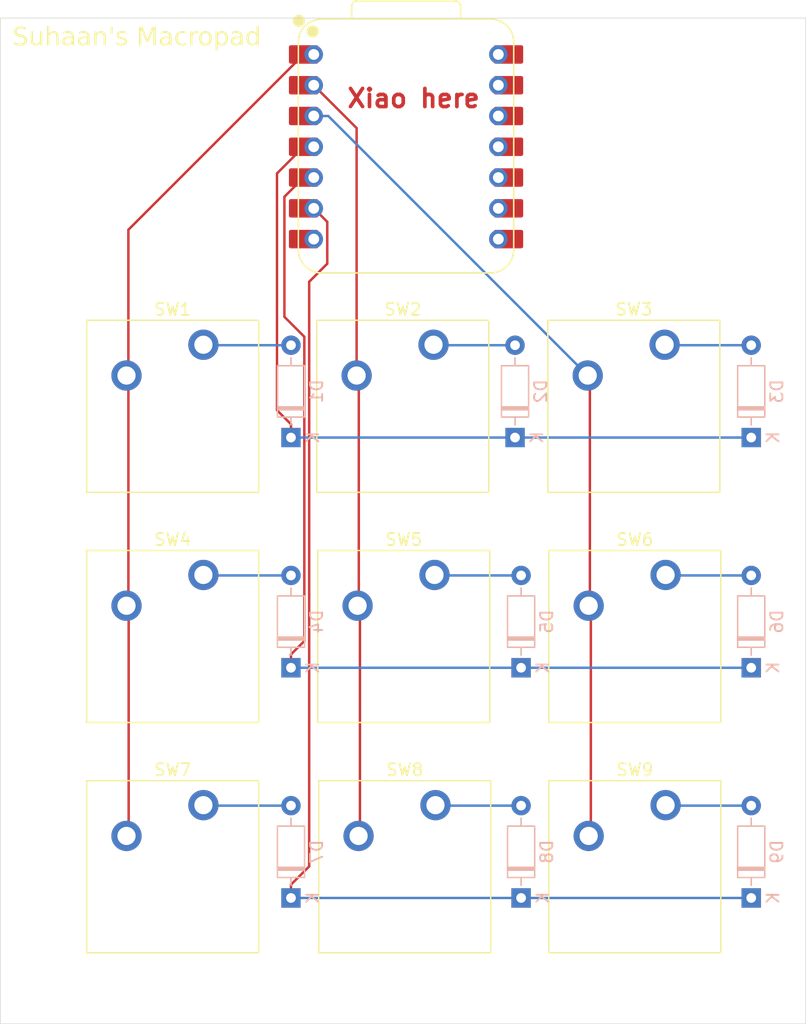
<source format=kicad_pcb>
(kicad_pcb (version 20240108) (generator "pcbnew") (generator_version "8.0")
  (layers (0 "F.Cu" signal) (31 "B.Cu" signal) (34 "B.Paste" user) (35 "F.Paste" user) (36 "B.SilkS" user "B.Silkscreen") (37 "F.SilkS" user "F.Silkscreen") (38 "B.Mask" user) (39 "F.Mask" user) (44 "Edge.Cuts" user))
  (net 0 "")
  (net 1 "Row 1")
  (net 2 "Net-(D1-A)")
  (net 3 "Net-(D2-A)")
  (net 4 "Net-(D3-A)")
  (net 5 "Row 2")
  (net 6 "Net-(D4-A)")
  (net 7 "Net-(D5-A)")
  (net 8 "Net-(D6-A)")
  (net 9 "Column 1")
  (net 10 "Column 2")
  (net 11 "Column 3")
  (net 12 "unconnected-(U1-3V3-Pad12)")
  (net 13 "unconnected-(U1-GPIO3{slash}MOSI-Pad11)")
  (net 14 "unconnected-(U1-GPIO1{slash}RX-Pad8)")
  (net 15 "unconnected-(U1-VBUS-Pad14)")
  (net 16 "unconnected-(U1-GPIO0{slash}TX-Pad7)")
  (net 17 "unconnected-(U1-GPIO4{slash}MISO-Pad10)")
  (net 18 "unconnected-(U1-GND-Pad13)")
  (net 19 "unconnected-(U1-GPIO2{slash}SCK-Pad9)")
  (net 20 "Net-(D7-A)")
  (net 21 "Row 3")
  (net 22 "Net-(D8-A)")
  (net 23 "Net-(D9-A)")
  (footprint "PCM_Switch_Keyboard_Cherry_MX:SW_Cherry_MX_PCB_1.00u" (layer "F.Cu") (at 132.73 114.54)
    (property "Reference" "SW4" (at 0 -8 0) (layer "F.SilkS"))
    (property "Value" "SW_Push")
    (fp_line (start -7.1 -7.1) (end -7.1 7.1) (stroke (width 0.12)) (layer "F.SilkS"))
    (fp_line (start -7.1 7.1) (end 7.1 7.1) (stroke (width 0.12)) (layer "F.SilkS"))
    (fp_line (start 7.1 -7.1) (end -7.1 -7.1) (stroke (width 0.12)) (layer "F.SilkS"))
    (fp_line (start 7.1 7.1) (end 7.1 -7.1) (stroke (width 0.12)) (layer "F.SilkS"))
    (pad "" np_thru_hole circle (at -5.08 0) (size 1.75 1.75) (drill 1.75) (layers "*.Cu" "*.Mask"))
    (pad "" np_thru_hole circle (at 0 0) (size 4 4) (drill 4) (layers "*.Cu" "*.Mask"))
    (pad "" np_thru_hole circle (at 5.08 0) (size 1.75 1.75) (drill 1.75) (layers "*.Cu" "*.Mask"))
    (pad "1" thru_hole circle (at -3.81 -2.54) (size 2.5 2.5) (drill 1.5) (layers "*.Cu" "*.Mask") (net 9 "Column 1"))
    (pad "2" thru_hole circle (at 2.54 -5.08) (size 2.5 2.5) (drill 1.5) (layers "*.Cu" "*.Mask") (net 6 "Net-(D4-A)"))
  )
  (footprint "PCM_Switch_Keyboard_Cherry_MX:SW_Cherry_MX_PCB_1.00u" (layer "F.Cu") (at 170.89 133.54)
    (property "Reference" "SW9" (at 0 -8 0) (layer "F.SilkS"))
    (property "Value" "SW_Push")
    (fp_line (start -7.1 -7.1) (end -7.1 7.1) (stroke (width 0.12)) (layer "F.SilkS"))
    (fp_line (start -7.1 7.1) (end 7.1 7.1) (stroke (width 0.12)) (layer "F.SilkS"))
    (fp_line (start 7.1 -7.1) (end -7.1 -7.1) (stroke (width 0.12)) (layer "F.SilkS"))
    (fp_line (start 7.1 7.1) (end 7.1 -7.1) (stroke (width 0.12)) (layer "F.SilkS"))
    (pad "" np_thru_hole circle (at -5.08 0) (size 1.75 1.75) (drill 1.75) (layers "*.Cu" "*.Mask"))
    (pad "" np_thru_hole circle (at 0 0) (size 4 4) (drill 4) (layers "*.Cu" "*.Mask"))
    (pad "" np_thru_hole circle (at 5.08 0) (size 1.75 1.75) (drill 1.75) (layers "*.Cu" "*.Mask"))
    (pad "1" thru_hole circle (at -3.81 -2.54) (size 2.5 2.5) (drill 1.5) (layers "*.Cu" "*.Mask") (net 11 "Column 3"))
    (pad "2" thru_hole circle (at 2.54 -5.08) (size 2.5 2.5) (drill 1.5) (layers "*.Cu" "*.Mask") (net 23 "Net-(D9-A)"))
  )
  (footprint "PCM_Switch_Keyboard_Cherry_MX:SW_Cherry_MX_PCB_1.00u" (layer "F.Cu") (at 170.81 95.54)
    (property "Reference" "SW3" (at 0 -8 0) (layer "F.SilkS"))
    (property "Value" "SW_Push")
    (fp_line (start -7.1 -7.1) (end -7.1 7.1) (stroke (width 0.12)) (layer "F.SilkS"))
    (fp_line (start -7.1 7.1) (end 7.1 7.1) (stroke (width 0.12)) (layer "F.SilkS"))
    (fp_line (start 7.1 -7.1) (end -7.1 -7.1) (stroke (width 0.12)) (layer "F.SilkS"))
    (fp_line (start 7.1 7.1) (end 7.1 -7.1) (stroke (width 0.12)) (layer "F.SilkS"))
    (pad "" np_thru_hole circle (at -5.08 0) (size 1.75 1.75) (drill 1.75) (layers "*.Cu" "*.Mask"))
    (pad "" np_thru_hole circle (at 0 0) (size 4 4) (drill 4) (layers "*.Cu" "*.Mask"))
    (pad "" np_thru_hole circle (at 5.08 0) (size 1.75 1.75) (drill 1.75) (layers "*.Cu" "*.Mask"))
    (pad "1" thru_hole circle (at -3.81 -2.54) (size 2.5 2.5) (drill 1.5) (layers "*.Cu" "*.Mask") (net 11 "Column 3"))
    (pad "2" thru_hole circle (at 2.54 -5.08) (size 2.5 2.5) (drill 1.5) (layers "*.Cu" "*.Mask") (net 4 "Net-(D3-A)"))
  )
  (footprint "PCM_Switch_Keyboard_Cherry_MX:SW_Cherry_MX_PCB_1.00u" (layer "F.Cu") (at 132.73 95.54)
    (property "Reference" "SW1" (at 0 -8 0) (layer "F.SilkS"))
    (property "Value" "SW_Push")
    (fp_line (start -7.1 -7.1) (end -7.1 7.1) (stroke (width 0.12)) (layer "F.SilkS"))
    (fp_line (start -7.1 7.1) (end 7.1 7.1) (stroke (width 0.12)) (layer "F.SilkS"))
    (fp_line (start 7.1 -7.1) (end -7.1 -7.1) (stroke (width 0.12)) (layer "F.SilkS"))
    (fp_line (start 7.1 7.1) (end 7.1 -7.1) (stroke (width 0.12)) (layer "F.SilkS"))
    (pad "" np_thru_hole circle (at -5.08 0) (size 1.75 1.75) (drill 1.75) (layers "*.Cu" "*.Mask"))
    (pad "" np_thru_hole circle (at 0 0) (size 4 4) (drill 4) (layers "*.Cu" "*.Mask"))
    (pad "" np_thru_hole circle (at 5.08 0) (size 1.75 1.75) (drill 1.75) (layers "*.Cu" "*.Mask"))
    (pad "1" thru_hole circle (at -3.81 -2.54) (size 2.5 2.5) (drill 1.5) (layers "*.Cu" "*.Mask") (net 9 "Column 1"))
    (pad "2" thru_hole circle (at 2.54 -5.08) (size 2.5 2.5) (drill 1.5) (layers "*.Cu" "*.Mask") (net 2 "Net-(D1-A)"))
  )
  (footprint "PCM_Switch_Keyboard_Cherry_MX:SW_Cherry_MX_PCB_1.00u" (layer "F.Cu") (at 151.89 133.54)
    (property "Reference" "SW8" (at 0 -8 0) (layer "F.SilkS"))
    (property "Value" "SW_Push")
    (fp_line (start -7.1 -7.1) (end -7.1 7.1) (stroke (width 0.12)) (layer "F.SilkS"))
    (fp_line (start -7.1 7.1) (end 7.1 7.1) (stroke (width 0.12)) (layer "F.SilkS"))
    (fp_line (start 7.1 -7.1) (end -7.1 -7.1) (stroke (width 0.12)) (layer "F.SilkS"))
    (fp_line (start 7.1 7.1) (end 7.1 -7.1) (stroke (width 0.12)) (layer "F.SilkS"))
    (pad "" np_thru_hole circle (at -5.08 0) (size 1.75 1.75) (drill 1.75) (layers "*.Cu" "*.Mask"))
    (pad "" np_thru_hole circle (at 0 0) (size 4 4) (drill 4) (layers "*.Cu" "*.Mask"))
    (pad "" np_thru_hole circle (at 5.08 0) (size 1.75 1.75) (drill 1.75) (layers "*.Cu" "*.Mask"))
    (pad "1" thru_hole circle (at -3.81 -2.54) (size 2.5 2.5) (drill 1.5) (layers "*.Cu" "*.Mask") (net 10 "Column 2"))
    (pad "2" thru_hole circle (at 2.54 -5.08) (size 2.5 2.5) (drill 1.5) (layers "*.Cu" "*.Mask") (net 22 "Net-(D8-A)"))
  )
  (footprint "PCM_Switch_Keyboard_Cherry_MX:SW_Cherry_MX_PCB_1.00u" (layer "F.Cu") (at 132.73 133.54)
    (property "Reference" "SW7" (at 0 -8 0) (layer "F.SilkS"))
    (property "Value" "SW_Push")
    (fp_line (start -7.1 -7.1) (end -7.1 7.1) (stroke (width 0.12)) (layer "F.SilkS"))
    (fp_line (start -7.1 7.1) (end 7.1 7.1) (stroke (width 0.12)) (layer "F.SilkS"))
    (fp_line (start 7.1 -7.1) (end -7.1 -7.1) (stroke (width 0.12)) (layer "F.SilkS"))
    (fp_line (start 7.1 7.1) (end 7.1 -7.1) (stroke (width 0.12)) (layer "F.SilkS"))
    (pad "" np_thru_hole circle (at -5.08 0) (size 1.75 1.75) (drill 1.75) (layers "*.Cu" "*.Mask"))
    (pad "" np_thru_hole circle (at 0 0) (size 4 4) (drill 4) (layers "*.Cu" "*.Mask"))
    (pad "" np_thru_hole circle (at 5.08 0) (size 1.75 1.75) (drill 1.75) (layers "*.Cu" "*.Mask"))
    (pad "1" thru_hole circle (at -3.81 -2.54) (size 2.5 2.5) (drill 1.5) (layers "*.Cu" "*.Mask") (net 9 "Column 1"))
    (pad "2" thru_hole circle (at 2.54 -5.08) (size 2.5 2.5) (drill 1.5) (layers "*.Cu" "*.Mask") (net 20 "Net-(D7-A)"))
  )
  (footprint "PCM_Switch_Keyboard_Cherry_MX:SW_Cherry_MX_PCB_1.00u" (layer "F.Cu") (at 170.89 114.54)
    (property "Reference" "SW6" (at 0 -8 0) (layer "F.SilkS"))
    (property "Value" "SW_Push")
    (fp_line (start -7.1 -7.1) (end -7.1 7.1) (stroke (width 0.12)) (layer "F.SilkS"))
    (fp_line (start -7.1 7.1) (end 7.1 7.1) (stroke (width 0.12)) (layer "F.SilkS"))
    (fp_line (start 7.1 -7.1) (end -7.1 -7.1) (stroke (width 0.12)) (layer "F.SilkS"))
    (fp_line (start 7.1 7.1) (end 7.1 -7.1) (stroke (width 0.12)) (layer "F.SilkS"))
    (pad "" np_thru_hole circle (at -5.08 0) (size 1.75 1.75) (drill 1.75) (layers "*.Cu" "*.Mask"))
    (pad "" np_thru_hole circle (at 0 0) (size 4 4) (drill 4) (layers "*.Cu" "*.Mask"))
    (pad "" np_thru_hole circle (at 5.08 0) (size 1.75 1.75) (drill 1.75) (layers "*.Cu" "*.Mask"))
    (pad "1" thru_hole circle (at -3.81 -2.54) (size 2.5 2.5) (drill 1.5) (layers "*.Cu" "*.Mask") (net 11 "Column 3"))
    (pad "2" thru_hole circle (at 2.54 -5.08) (size 2.5 2.5) (drill 1.5) (layers "*.Cu" "*.Mask") (net 8 "Net-(D6-A)"))
  )
  (footprint "PCM_Switch_Keyboard_Cherry_MX:SW_Cherry_MX_PCB_1.00u" (layer "F.Cu") (at 151.81 114.54)
    (property "Reference" "SW5" (at 0 -8 0) (layer "F.SilkS"))
    (property "Value" "SW_Push")
    (fp_line (start -7.1 -7.1) (end -7.1 7.1) (stroke (width 0.12)) (layer "F.SilkS"))
    (fp_line (start -7.1 7.1) (end 7.1 7.1) (stroke (width 0.12)) (layer "F.SilkS"))
    (fp_line (start 7.1 -7.1) (end -7.1 -7.1) (stroke (width 0.12)) (layer "F.SilkS"))
    (fp_line (start 7.1 7.1) (end 7.1 -7.1) (stroke (width 0.12)) (layer "F.SilkS"))
    (pad "" np_thru_hole circle (at -5.08 0) (size 1.75 1.75) (drill 1.75) (layers "*.Cu" "*.Mask"))
    (pad "" np_thru_hole circle (at 0 0) (size 4 4) (drill 4) (layers "*.Cu" "*.Mask"))
    (pad "" np_thru_hole circle (at 5.08 0) (size 1.75 1.75) (drill 1.75) (layers "*.Cu" "*.Mask"))
    (pad "1" thru_hole circle (at -3.81 -2.54) (size 2.5 2.5) (drill 1.5) (layers "*.Cu" "*.Mask") (net 10 "Column 2"))
    (pad "2" thru_hole circle (at 2.54 -5.08) (size 2.5 2.5) (drill 1.5) (layers "*.Cu" "*.Mask") (net 7 "Net-(D5-A)"))
  )
  (footprint "PCM_Switch_Keyboard_Cherry_MX:SW_Cherry_MX_PCB_1.00u" (layer "F.Cu") (at 151.73 95.54)
    (property "Reference" "SW2" (at 0 -8 0) (layer "F.SilkS"))
    (property "Value" "SW_Push")
    (fp_line (start -7.1 -7.1) (end -7.1 7.1) (stroke (width 0.12)) (layer "F.SilkS"))
    (fp_line (start -7.1 7.1) (end 7.1 7.1) (stroke (width 0.12)) (layer "F.SilkS"))
    (fp_line (start 7.1 -7.1) (end -7.1 -7.1) (stroke (width 0.12)) (layer "F.SilkS"))
    (fp_line (start 7.1 7.1) (end 7.1 -7.1) (stroke (width 0.12)) (layer "F.SilkS"))
    (pad "" np_thru_hole circle (at -5.08 0) (size 1.75 1.75) (drill 1.75) (layers "*.Cu" "*.Mask"))
    (pad "" np_thru_hole circle (at 0 0) (size 4 4) (drill 4) (layers "*.Cu" "*.Mask"))
    (pad "" np_thru_hole circle (at 5.08 0) (size 1.75 1.75) (drill 1.75) (layers "*.Cu" "*.Mask"))
    (pad "1" thru_hole circle (at -3.81 -2.54) (size 2.5 2.5) (drill 1.5) (layers "*.Cu" "*.Mask") (net 10 "Column 2"))
    (pad "2" thru_hole circle (at 2.54 -5.08) (size 2.5 2.5) (drill 1.5) (layers "*.Cu" "*.Mask") (net 3 "Net-(D2-A)"))
  )
  (footprint "opl-seeed:XIAO-SAMD21-DIP" (layer "F.Cu") (at 152.1 74.0575)
    (property "Reference" "U1" (hide yes))
    (property "Value" "XIAO-RP2040-DIP")
    (fp_line (start -8.99 8.5715) (end -8.99 -8.5735) (stroke (width 0.127)) (layer "F.SilkS"))
    (fp_line (start -7.085 10.4765) (end 6.885 10.4765) (stroke (width 0.127)) (layer "F.SilkS"))
    (fp_line (start -4.595 -10.4785) (end -4.591272 -11.488772) (stroke (width 0.127)) (layer "F.SilkS"))
    (fp_line (start -4.091272 -11.9885) (end 3.904 -11.9885) (stroke (width 0.127)) (layer "F.SilkS"))
    (fp_line (start 4.404 -11.4885) (end 4.404 -10.4785) (stroke (width 0.127)) (layer "F.SilkS"))
    (fp_line (start 6.885 -10.4785) (end -7.085 -10.4785) (stroke (width 0.1)) (layer "F.SilkS"))
    (fp_line (start 6.885 -10.4785) (end -7.085 -10.4785) (stroke (width 0.127)) (layer "F.SilkS"))
    (fp_line (start 8.79 8.5715) (end 8.79 -8.5735) (stroke (width 0.127)) (layer "F.SilkS"))
    (fp_arc (start -8.99 -8.5735) (mid -8.432038 -9.920538) (end -7.085 -10.4785) (stroke (width 0.127)) (layer "F.SilkS"))
    (fp_arc (start -7.085 10.4765) (mid -8.432038 9.918538) (end -8.99 8.5715) (stroke (width 0.127)) (layer "F.SilkS"))
    (fp_arc (start -4.591272 -11.488772) (mid -4.444724 -11.842144) (end -4.091272 -11.9885) (stroke (width 0.127)) (layer "F.SilkS"))
    (fp_arc (start 3.904 -11.9885) (mid 4.257553 -11.842053) (end 4.404 -11.4885) (stroke (width 0.127)) (layer "F.SilkS"))
    (fp_arc (start 6.885 -10.4785) (mid 8.232038 -9.920538) (end 8.79 -8.5735) (stroke (width 0.127)) (layer "F.SilkS"))
    (fp_arc (start 8.79 8.5715) (mid 8.232038 9.918538) (end 6.885 10.4765) (stroke (width 0.127)) (layer "F.SilkS"))
    (fp_circle (center -8.954 -10.3375) (end -8.954 -10.5915) (stroke (width 0.5)) (fill solid) (layer "F.SilkS"))
    (fp_circle (center -7.811 -9.4575) (end -7.811 -9.7115) (stroke (width 0.5)) (fill solid) (layer "F.SilkS"))
    (pad "1" smd roundrect (at -8.555 -7.5575 180) (size 2.432 1.524) (layers "F.Cu" "F.Mask") (roundrect_rratio 0.1) (net 9 "Column 1"))
    (pad "1" thru_hole circle (at -7.72 -7.5575 180) (size 1.524 1.524) (drill 0.889) (layers "*.Cu" "*.Mask") (net 9 "Column 1"))
    (pad "2" smd roundrect (at -8.555 -5.0175 180) (size 2.432 1.524) (layers "F.Cu" "F.Mask") (roundrect_rratio 0.1) (net 10 "Column 2"))
    (pad "2" thru_hole circle (at -7.72 -5.0175 180) (size 1.524 1.524) (drill 0.889) (layers "*.Cu" "*.Mask") (net 10 "Column 2"))
    (pad "3" smd roundrect (at -8.555 -2.4775 180) (size 2.432 1.524) (layers "F.Cu" "F.Mask") (roundrect_rratio 0.1) (net 11 "Column 3"))
    (pad "3" thru_hole circle (at -7.72 -2.4775 180) (size 1.524 1.524) (drill 0.889) (layers "*.Cu" "*.Mask") (net 11 "Column 3"))
    (pad "4" smd roundrect (at -8.555 0.0625 180) (size 2.432 1.524) (layers "F.Cu" "F.Mask") (roundrect_rratio 0.1) (net 1 "Row 1"))
    (pad "4" thru_hole circle (at -7.72 0.0625 180) (size 1.524 1.524) (drill 0.889) (layers "*.Cu" "*.Mask") (net 1 "Row 1"))
    (pad "5" smd roundrect (at -8.555 2.6025 180) (size 2.432 1.524) (layers "F.Cu" "F.Mask") (roundrect_rratio 0.1) (net 5 "Row 2"))
    (pad "5" thru_hole circle (at -7.72 2.6025 180) (size 1.524 1.524) (drill 0.889) (layers "*.Cu" "*.Mask") (net 5 "Row 2"))
    (pad "6" smd roundrect (at -8.555 5.1425 180) (size 2.432 1.524) (layers "F.Cu" "F.Mask") (roundrect_rratio 0.1) (net 21 "Row 3"))
    (pad "6" thru_hole circle (at -7.72 5.1425 180) (size 1.524 1.524) (drill 0.889) (layers "*.Cu" "*.Mask") (net 21 "Row 3"))
    (pad "7" smd roundrect (at -8.555 7.6825 180) (size 2.432 1.524) (layers "F.Cu" "F.Mask") (roundrect_rratio 0.1) (net 16 "unconnected-(U1-GPIO0{slash}TX-Pad7)"))
    (pad "7" thru_hole circle (at -7.72 7.6825 180) (size 1.524 1.524) (drill 0.889) (layers "*.Cu" "*.Mask") (net 16 "unconnected-(U1-GPIO0{slash}TX-Pad7)"))
    (pad "8" thru_hole circle (at 7.52 7.6825) (size 1.524 1.524) (drill 0.889) (layers "*.Cu" "*.Mask") (net 14 "unconnected-(U1-GPIO1{slash}RX-Pad8)"))
    (pad "8" smd roundrect (at 8.355 7.6825) (size 2.432 1.524) (layers "F.Cu" "F.Mask") (roundrect_rratio 0.1) (net 14 "unconnected-(U1-GPIO1{slash}RX-Pad8)"))
    (pad "9" thru_hole circle (at 7.52 5.1425) (size 1.524 1.524) (drill 0.889) (layers "*.Cu" "*.Mask") (net 19 "unconnected-(U1-GPIO2{slash}SCK-Pad9)"))
    (pad "9" smd roundrect (at 8.355 5.1425) (size 2.432 1.524) (layers "F.Cu" "F.Mask") (roundrect_rratio 0.1) (net 19 "unconnected-(U1-GPIO2{slash}SCK-Pad9)"))
    (pad "10" thru_hole circle (at 7.52 2.6025) (size 1.524 1.524) (drill 0.889) (layers "*.Cu" "*.Mask") (net 17 "unconnected-(U1-GPIO4{slash}MISO-Pad10)"))
    (pad "10" smd roundrect (at 8.355 2.6025) (size 2.432 1.524) (layers "F.Cu" "F.Mask") (roundrect_rratio 0.1) (net 17 "unconnected-(U1-GPIO4{slash}MISO-Pad10)"))
    (pad "11" thru_hole circle (at 7.52 0.0625) (size 1.524 1.524) (drill 0.889) (layers "*.Cu" "*.Mask") (net 13 "unconnected-(U1-GPIO3{slash}MOSI-Pad11)"))
    (pad "11" smd roundrect (at 8.355 0.0625) (size 2.432 1.524) (layers "F.Cu" "F.Mask") (roundrect_rratio 0.1) (net 13 "unconnected-(U1-GPIO3{slash}MOSI-Pad11)"))
    (pad "12" thru_hole circle (at 7.52 -2.4775) (size 1.524 1.524) (drill 0.889) (layers "*.Cu" "*.Mask") (net 12 "unconnected-(U1-3V3-Pad12)"))
    (pad "12" smd roundrect (at 8.355 -2.4775) (size 2.432 1.524) (layers "F.Cu" "F.Mask") (roundrect_rratio 0.1) (net 12 "unconnected-(U1-3V3-Pad12)"))
    (pad "13" thru_hole circle (at 7.52 -5.0175) (size 1.524 1.524) (drill 0.889) (layers "*.Cu" "*.Mask") (net 18 "unconnected-(U1-GND-Pad13)"))
    (pad "13" smd roundrect (at 8.355 -5.0175) (size 2.432 1.524) (layers "F.Cu" "F.Mask") (roundrect_rratio 0.1) (net 18 "unconnected-(U1-GND-Pad13)"))
    (pad "14" thru_hole circle (at 7.52 -7.5575) (size 1.524 1.524) (drill 0.889) (layers "*.Cu" "*.Mask") (net 15 "unconnected-(U1-VBUS-Pad14)"))
    (pad "14" smd roundrect (at 8.355 -7.5575) (size 2.432 1.524) (layers "F.Cu" "F.Mask") (roundrect_rratio 0.1) (net 15 "unconnected-(U1-VBUS-Pad14)"))
  )
  (footprint "Diode_THT:D_DO-35_SOD27_P7.62mm_Horizontal" (layer "B.Cu") (at 142.5 117.12 90)
    (property "Reference" "D4" (at 3.81 2.12 90) (layer "B.SilkS") (effects (justify mirror)))
    (property "Value" "D")
    (fp_line (start 5.93 -1.12) (end 1.69 -1.12) (stroke (width 0.12)) (layer "B.SilkS"))
    (fp_line (start 2.53 -1.12) (end 2.53 1.12) (stroke (width 0.12)) (layer "B.SilkS"))
    (fp_line (start 2.41 -1.12) (end 2.41 1.12) (stroke (width 0.12)) (layer "B.SilkS"))
    (fp_line (start 2.29 -1.12) (end 2.29 1.12) (stroke (width 0.12)) (layer "B.SilkS"))
    (fp_line (start 1.69 -1.12) (end 1.69 1.12) (stroke (width 0.12)) (layer "B.SilkS"))
    (fp_line (start 5.93 0) (end 6.58 0) (stroke (width 0.12)) (layer "B.SilkS"))
    (fp_line (start 1.69 0) (end 1.04 0) (stroke (width 0.12)) (layer "B.SilkS"))
    (fp_line (start 5.93 1.12) (end 5.93 -1.12) (stroke (width 0.12)) (layer "B.SilkS"))
    (fp_line (start 1.69 1.12) (end 5.93 1.12) (stroke (width 0.12)) (layer "B.SilkS"))
    (fp_text user "K" (at 0 1.8 90) (layer "B.SilkS") (effects (justify mirror)))
    (pad "1" thru_hole rect (at 0 0 90) (size 1.6 1.6) (drill 0.8) (layers "*.Cu" "*.Mask") (net 5 "Row 2"))
    (pad "2" thru_hole oval (at 7.62 0 90) (size 1.6 1.6) (drill 0.8) (layers "*.Cu" "*.Mask") (net 6 "Net-(D4-A)"))
  )
  (footprint "Diode_THT:D_DO-35_SOD27_P7.62mm_Horizontal" (layer "B.Cu") (at 142.5 136.12 90)
    (property "Reference" "D7" (at 3.81 2.12 90) (layer "B.SilkS") (effects (justify mirror)))
    (property "Value" "D")
    (fp_line (start 5.93 -1.12) (end 1.69 -1.12) (stroke (width 0.12)) (layer "B.SilkS"))
    (fp_line (start 2.53 -1.12) (end 2.53 1.12) (stroke (width 0.12)) (layer "B.SilkS"))
    (fp_line (start 2.41 -1.12) (end 2.41 1.12) (stroke (width 0.12)) (layer "B.SilkS"))
    (fp_line (start 2.29 -1.12) (end 2.29 1.12) (stroke (width 0.12)) (layer "B.SilkS"))
    (fp_line (start 1.69 -1.12) (end 1.69 1.12) (stroke (width 0.12)) (layer "B.SilkS"))
    (fp_line (start 5.93 0) (end 6.58 0) (stroke (width 0.12)) (layer "B.SilkS"))
    (fp_line (start 1.69 0) (end 1.04 0) (stroke (width 0.12)) (layer "B.SilkS"))
    (fp_line (start 5.93 1.12) (end 5.93 -1.12) (stroke (width 0.12)) (layer "B.SilkS"))
    (fp_line (start 1.69 1.12) (end 5.93 1.12) (stroke (width 0.12)) (layer "B.SilkS"))
    (fp_text user "K" (at 0 1.8 90) (layer "B.SilkS") (effects (justify mirror)))
    (pad "1" thru_hole rect (at 0 0 90) (size 1.6 1.6) (drill 0.8) (layers "*.Cu" "*.Mask") (net 21 "Row 3"))
    (pad "2" thru_hole oval (at 7.62 0 90) (size 1.6 1.6) (drill 0.8) (layers "*.Cu" "*.Mask") (net 20 "Net-(D7-A)"))
  )
  (footprint "Diode_THT:D_DO-35_SOD27_P7.62mm_Horizontal" (layer "B.Cu") (at 180.5 136.12 90)
    (property "Reference" "D9" (at 3.81 2.12 90) (layer "B.SilkS") (effects (justify mirror)))
    (property "Value" "D")
    (fp_line (start 5.93 -1.12) (end 1.69 -1.12) (stroke (width 0.12)) (layer "B.SilkS"))
    (fp_line (start 2.53 -1.12) (end 2.53 1.12) (stroke (width 0.12)) (layer "B.SilkS"))
    (fp_line (start 2.41 -1.12) (end 2.41 1.12) (stroke (width 0.12)) (layer "B.SilkS"))
    (fp_line (start 2.29 -1.12) (end 2.29 1.12) (stroke (width 0.12)) (layer "B.SilkS"))
    (fp_line (start 1.69 -1.12) (end 1.69 1.12) (stroke (width 0.12)) (layer "B.SilkS"))
    (fp_line (start 5.93 0) (end 6.58 0) (stroke (width 0.12)) (layer "B.SilkS"))
    (fp_line (start 1.69 0) (end 1.04 0) (stroke (width 0.12)) (layer "B.SilkS"))
    (fp_line (start 5.93 1.12) (end 5.93 -1.12) (stroke (width 0.12)) (layer "B.SilkS"))
    (fp_line (start 1.69 1.12) (end 5.93 1.12) (stroke (width 0.12)) (layer "B.SilkS"))
    (fp_text user "K" (at 0 1.8 90) (layer "B.SilkS") (effects (justify mirror)))
    (pad "1" thru_hole rect (at 0 0 90) (size 1.6 1.6) (drill 0.8) (layers "*.Cu" "*.Mask") (net 21 "Row 3"))
    (pad "2" thru_hole oval (at 7.62 0 90) (size 1.6 1.6) (drill 0.8) (layers "*.Cu" "*.Mask") (net 23 "Net-(D9-A)"))
  )
  (footprint "Diode_THT:D_DO-35_SOD27_P7.62mm_Horizontal" (layer "B.Cu") (at 161.5 117.12 90)
    (property "Reference" "D5" (at 3.81 2.12 90) (layer "B.SilkS") (effects (justify mirror)))
    (property "Value" "D")
    (fp_line (start 5.93 -1.12) (end 1.69 -1.12) (stroke (width 0.12)) (layer "B.SilkS"))
    (fp_line (start 2.53 -1.12) (end 2.53 1.12) (stroke (width 0.12)) (layer "B.SilkS"))
    (fp_line (start 2.41 -1.12) (end 2.41 1.12) (stroke (width 0.12)) (layer "B.SilkS"))
    (fp_line (start 2.29 -1.12) (end 2.29 1.12) (stroke (width 0.12)) (layer "B.SilkS"))
    (fp_line (start 1.69 -1.12) (end 1.69 1.12) (stroke (width 0.12)) (layer "B.SilkS"))
    (fp_line (start 5.93 0) (end 6.58 0) (stroke (width 0.12)) (layer "B.SilkS"))
    (fp_line (start 1.69 0) (end 1.04 0) (stroke (width 0.12)) (layer "B.SilkS"))
    (fp_line (start 5.93 1.12) (end 5.93 -1.12) (stroke (width 0.12)) (layer "B.SilkS"))
    (fp_line (start 1.69 1.12) (end 5.93 1.12) (stroke (width 0.12)) (layer "B.SilkS"))
    (fp_text user "K" (at 0 1.8 90) (layer "B.SilkS") (effects (justify mirror)))
    (pad "1" thru_hole rect (at 0 0 90) (size 1.6 1.6) (drill 0.8) (layers "*.Cu" "*.Mask") (net 5 "Row 2"))
    (pad "2" thru_hole oval (at 7.62 0 90) (size 1.6 1.6) (drill 0.8) (layers "*.Cu" "*.Mask") (net 7 "Net-(D5-A)"))
  )
  (footprint "Diode_THT:D_DO-35_SOD27_P7.62mm_Horizontal" (layer "B.Cu") (at 180.5 98.12 90)
    (property "Reference" "D3" (at 3.81 2.12 90) (layer "B.SilkS") (effects (justify mirror)))
    (property "Value" "D")
    (fp_line (start 5.93 -1.12) (end 1.69 -1.12) (stroke (width 0.12)) (layer "B.SilkS"))
    (fp_line (start 2.53 -1.12) (end 2.53 1.12) (stroke (width 0.12)) (layer "B.SilkS"))
    (fp_line (start 2.41 -1.12) (end 2.41 1.12) (stroke (width 0.12)) (layer "B.SilkS"))
    (fp_line (start 2.29 -1.12) (end 2.29 1.12) (stroke (width 0.12)) (layer "B.SilkS"))
    (fp_line (start 1.69 -1.12) (end 1.69 1.12) (stroke (width 0.12)) (layer "B.SilkS"))
    (fp_line (start 5.93 0) (end 6.58 0) (stroke (width 0.12)) (layer "B.SilkS"))
    (fp_line (start 1.69 0) (end 1.04 0) (stroke (width 0.12)) (layer "B.SilkS"))
    (fp_line (start 5.93 1.12) (end 5.93 -1.12) (stroke (width 0.12)) (layer "B.SilkS"))
    (fp_line (start 1.69 1.12) (end 5.93 1.12) (stroke (width 0.12)) (layer "B.SilkS"))
    (fp_text user "K" (at 0 1.8 90) (layer "B.SilkS") (effects (justify mirror)))
    (pad "1" thru_hole rect (at 0 0 90) (size 1.6 1.6) (drill 0.8) (layers "*.Cu" "*.Mask") (net 1 "Row 1"))
    (pad "2" thru_hole oval (at 7.62 0 90) (size 1.6 1.6) (drill 0.8) (layers "*.Cu" "*.Mask") (net 4 "Net-(D3-A)"))
  )
  (footprint "Diode_THT:D_DO-35_SOD27_P7.62mm_Horizontal" (layer "B.Cu") (at 180.5 117.12 90)
    (property "Reference" "D6" (at 3.81 2.12 90) (layer "B.SilkS") (effects (justify mirror)))
    (property "Value" "D")
    (fp_line (start 5.93 -1.12) (end 1.69 -1.12) (stroke (width 0.12)) (layer "B.SilkS"))
    (fp_line (start 2.53 -1.12) (end 2.53 1.12) (stroke (width 0.12)) (layer "B.SilkS"))
    (fp_line (start 2.41 -1.12) (end 2.41 1.12) (stroke (width 0.12)) (layer "B.SilkS"))
    (fp_line (start 2.29 -1.12) (end 2.29 1.12) (stroke (width 0.12)) (layer "B.SilkS"))
    (fp_line (start 1.69 -1.12) (end 1.69 1.12) (stroke (width 0.12)) (layer "B.SilkS"))
    (fp_line (start 5.93 0) (end 6.58 0) (stroke (width 0.12)) (layer "B.SilkS"))
    (fp_line (start 1.69 0) (end 1.04 0) (stroke (width 0.12)) (layer "B.SilkS"))
    (fp_line (start 5.93 1.12) (end 5.93 -1.12) (stroke (width 0.12)) (layer "B.SilkS"))
    (fp_line (start 1.69 1.12) (end 5.93 1.12) (stroke (width 0.12)) (layer "B.SilkS"))
    (fp_text user "K" (at 0 1.8 90) (layer "B.SilkS") (effects (justify mirror)))
    (pad "1" thru_hole rect (at 0 0 90) (size 1.6 1.6) (drill 0.8) (layers "*.Cu" "*.Mask") (net 5 "Row 2"))
    (pad "2" thru_hole oval (at 7.62 0 90) (size 1.6 1.6) (drill 0.8) (layers "*.Cu" "*.Mask") (net 8 "Net-(D6-A)"))
  )
  (footprint "Diode_THT:D_DO-35_SOD27_P7.62mm_Horizontal" (layer "B.Cu") (at 161 98.12 90)
    (property "Reference" "D2" (at 3.81 2.12 90) (layer "B.SilkS") (effects (justify mirror)))
    (property "Value" "D")
    (fp_line (start 5.93 -1.12) (end 1.69 -1.12) (stroke (width 0.12)) (layer "B.SilkS"))
    (fp_line (start 2.53 -1.12) (end 2.53 1.12) (stroke (width 0.12)) (layer "B.SilkS"))
    (fp_line (start 2.41 -1.12) (end 2.41 1.12) (stroke (width 0.12)) (layer "B.SilkS"))
    (fp_line (start 2.29 -1.12) (end 2.29 1.12) (stroke (width 0.12)) (layer "B.SilkS"))
    (fp_line (start 1.69 -1.12) (end 1.69 1.12) (stroke (width 0.12)) (layer "B.SilkS"))
    (fp_line (start 5.93 0) (end 6.58 0) (stroke (width 0.12)) (layer "B.SilkS"))
    (fp_line (start 1.69 0) (end 1.04 0) (stroke (width 0.12)) (layer "B.SilkS"))
    (fp_line (start 5.93 1.12) (end 5.93 -1.12) (stroke (width 0.12)) (layer "B.SilkS"))
    (fp_line (start 1.69 1.12) (end 5.93 1.12) (stroke (width 0.12)) (layer "B.SilkS"))
    (fp_text user "K" (at 0 1.8 90) (layer "B.SilkS") (effects (justify mirror)))
    (pad "1" thru_hole rect (at 0 0 90) (size 1.6 1.6) (drill 0.8) (layers "*.Cu" "*.Mask") (net 1 "Row 1"))
    (pad "2" thru_hole oval (at 7.62 0 90) (size 1.6 1.6) (drill 0.8) (layers "*.Cu" "*.Mask") (net 3 "Net-(D2-A)"))
  )
  (footprint "Diode_THT:D_DO-35_SOD27_P7.62mm_Horizontal" (layer "B.Cu") (at 161.5 136.12 90)
    (property "Reference" "D8" (at 3.81 2.12 90) (layer "B.SilkS") (effects (justify mirror)))
    (property "Value" "D")
    (fp_line (start 5.93 -1.12) (end 1.69 -1.12) (stroke (width 0.12)) (layer "B.SilkS"))
    (fp_line (start 2.53 -1.12) (end 2.53 1.12) (stroke (width 0.12)) (layer "B.SilkS"))
    (fp_line (start 2.41 -1.12) (end 2.41 1.12) (stroke (width 0.12)) (layer "B.SilkS"))
    (fp_line (start 2.29 -1.12) (end 2.29 1.12) (stroke (width 0.12)) (layer "B.SilkS"))
    (fp_line (start 1.69 -1.12) (end 1.69 1.12) (stroke (width 0.12)) (layer "B.SilkS"))
    (fp_line (start 5.93 0) (end 6.58 0) (stroke (width 0.12)) (layer "B.SilkS"))
    (fp_line (start 1.69 0) (end 1.04 0) (stroke (width 0.12)) (layer "B.SilkS"))
    (fp_line (start 5.93 1.12) (end 5.93 -1.12) (stroke (width 0.12)) (layer "B.SilkS"))
    (fp_line (start 1.69 1.12) (end 5.93 1.12) (stroke (width 0.12)) (layer "B.SilkS"))
    (fp_text user "K" (at 0 1.8 90) (layer "B.SilkS") (effects (justify mirror)))
    (pad "1" thru_hole rect (at 0 0 90) (size 1.6 1.6) (drill 0.8) (layers "*.Cu" "*.Mask") (net 21 "Row 3"))
    (pad "2" thru_hole oval (at 7.62 0 90) (size 1.6 1.6) (drill 0.8) (layers "*.Cu" "*.Mask") (net 22 "Net-(D8-A)"))
  )
  (footprint "Diode_THT:D_DO-35_SOD27_P7.62mm_Horizontal" (layer "B.Cu") (at 142.5 98.12 90)
    (property "Reference" "D1" (at 3.81 2.12 90) (layer "B.SilkS") (effects (justify mirror)))
    (property "Value" "D")
    (fp_line (start 5.93 -1.12) (end 1.69 -1.12) (stroke (width 0.12)) (layer "B.SilkS"))
    (fp_line (start 2.53 -1.12) (end 2.53 1.12) (stroke (width 0.12)) (layer "B.SilkS"))
    (fp_line (start 2.41 -1.12) (end 2.41 1.12) (stroke (width 0.12)) (layer "B.SilkS"))
    (fp_line (start 2.29 -1.12) (end 2.29 1.12) (stroke (width 0.12)) (layer "B.SilkS"))
    (fp_line (start 1.69 -1.12) (end 1.69 1.12) (stroke (width 0.12)) (layer "B.SilkS"))
    (fp_line (start 5.93 0) (end 6.58 0) (stroke (width 0.12)) (layer "B.SilkS"))
    (fp_line (start 1.69 0) (end 1.04 0) (stroke (width 0.12)) (layer "B.SilkS"))
    (fp_line (start 5.93 1.12) (end 5.93 -1.12) (stroke (width 0.12)) (layer "B.SilkS"))
    (fp_line (start 1.69 1.12) (end 5.93 1.12) (stroke (width 0.12)) (layer "B.SilkS"))
    (fp_text user "K" (at 0 1.8 90) (layer "B.SilkS") (effects (justify mirror)))
    (pad "1" thru_hole rect (at 0 0 90) (size 1.6 1.6) (drill 0.8) (layers "*.Cu" "*.Mask") (net 1 "Row 1"))
    (pad "2" thru_hole oval (at 7.62 0 90) (size 1.6 1.6) (drill 0.8) (layers "*.Cu" "*.Mask") (net 2 "Net-(D1-A)"))
  )
  (gr_rect (start 118.5 63.5) (end 185 146.5) (stroke (width 0.05)) (fill none) (layer "Edge.Cuts"))
  (gr_text "Xiao here" (at 147 71 0) (layer "F.Cu") (effects (font (size 1.5 1.5) (thickness 0.3) (bold yes)) (justify left bottom)))
  (gr_text "Suhaan's Macropad" (at 119.5 66 0) (layer "F.SilkS") (effects (font (size 1.5 1.5) (thickness 0.2)) (justify left bottom)))
  (segment (start 141.3458 76.3192) (end 141.3458 95.8641) (width 0.2) (layer "F.Cu") (net 1))
  (segment (start 143.545 74.12) (end 141.3458 76.3192) (width 0.2) (layer "F.Cu") (net 1))
  (segment (start 142.5 98.12) (end 142.5 97.0183) (width 0.2) (layer "F.Cu") (net 1))
  (segment (start 144.38 74.12) (end 143.545 74.12) (width 0.2) (layer "F.Cu") (net 1))
  (segment (start 141.3458 95.8641) (end 142.5 97.0183) (width 0.2) (layer "F.Cu") (net 1))
  (segment (start 180.5 98.12) (end 179.3983 98.12) (width 0.2) (layer "B.Cu") (net 1))
  (segment (start 161 98.12) (end 179.3983 98.12) (width 0.2) (layer "B.Cu") (net 1))
  (segment (start 142.5 98.12) (end 161 98.12) (width 0.2) (layer "B.Cu") (net 1))
  (segment (start 142.5 90.5) (end 135.31 90.5) (width 0.2) (layer "B.Cu") (net 2))
  (segment (start 135.31 90.5) (end 135.27 90.46) (width 0.2) (layer "B.Cu") (net 2))
  (segment (start 154.31 90.5) (end 154.27 90.46) (width 0.2) (layer "B.Cu") (net 3))
  (segment (start 161 90.5) (end 154.31 90.5) (width 0.2) (layer "B.Cu") (net 3))
  (segment (start 180.5 90.5) (end 173.39 90.5) (width 0.2) (layer "B.Cu") (net 4))
  (segment (start 173.39 90.5) (end 173.35 90.46) (width 0.2) (layer "B.Cu") (net 4))
  (segment (start 141.958 88.1563) (end 141.958 78.247) (width 0.2) (layer "F.Cu") (net 5))
  (segment (start 142.5 116.0183) (end 143.6017 114.9166) (width 0.2) (layer "F.Cu") (net 5))
  (segment (start 142.5 117.12) (end 142.5 116.0183) (width 0.2) (layer "F.Cu") (net 5))
  (segment (start 144.38 76.66) (end 143.545 76.66) (width 0.2) (layer "F.Cu") (net 5))
  (segment (start 141.958 78.247) (end 143.545 76.66) (width 0.2) (layer "F.Cu") (net 5))
  (segment (start 143.6017 114.9166) (end 143.6017 89.8) (width 0.2) (layer "F.Cu") (net 5))
  (segment (start 143.6017 89.8) (end 141.958 88.1563) (width 0.2) (layer "F.Cu") (net 5))
  (segment (start 180.5 117.12) (end 161.5 117.12) (width 0.2) (layer "B.Cu") (net 5))
  (segment (start 161.5 117.12) (end 142.5 117.12) (width 0.2) (layer "B.Cu") (net 5))
  (segment (start 142.5 109.5) (end 135.31 109.5) (width 0.2) (layer "B.Cu") (net 6))
  (segment (start 135.31 109.5) (end 135.27 109.46) (width 0.2) (layer "B.Cu") (net 6))
  (segment (start 154.39 109.5) (end 154.35 109.46) (width 0.2) (layer "B.Cu") (net 7))
  (segment (start 161.5 109.5) (end 154.39 109.5) (width 0.2) (layer "B.Cu") (net 7))
  (segment (start 173.47 109.5) (end 173.43 109.46) (width 0.2) (layer "B.Cu") (net 8))
  (segment (start 180.5 109.5) (end 173.47 109.5) (width 0.2) (layer "B.Cu") (net 8))
  (segment (start 128.92 131) (end 129.0979 130.8221) (width 0.2) (layer "F.Cu") (net 9))
  (segment (start 129.0752 93) (end 129.0767 93.0015) (width 0.2) (layer "F.Cu") (net 9))
  (segment (start 129.0979 130.8221) (end 129.0979 112.1779) (width 0.2) (layer "F.Cu") (net 9))
  (segment (start 144.38 66.5) (end 143.545 66.5) (width 0.2) (layer "F.Cu") (net 9))
  (segment (start 128.92 93) (end 129.0752 93) (width 0.2) (layer "F.Cu") (net 9))
  (segment (start 129.0767 111.8433) (end 128.92 112) (width 0.2) (layer "F.Cu") (net 9))
  (segment (start 129.0979 112.1779) (end 128.92 112) (width 0.2) (layer "F.Cu") (net 9))
  (segment (start 143.545 66.5) (end 129.0752 80.9698) (width 0.2) (layer "F.Cu") (net 9))
  (segment (start 129.0767 93.0015) (end 129.0767 111.8433) (width 0.2) (layer "F.Cu") (net 9))
  (segment (start 129.0752 80.9698) (end 129.0752 93) (width 0.2) (layer "F.Cu") (net 9))
  (segment (start 148.0986 111.9014) (end 148 112) (width 0.2) (layer "F.Cu") (net 10))
  (segment (start 148.0986 93.1786) (end 148.0986 111.9014) (width 0.2) (layer "F.Cu") (net 10))
  (segment (start 144.38 69.04) (end 143.545 69.04) (width 0.2) (layer "F.Cu") (net 10))
  (segment (start 147.92 93) (end 148.0986 93.1786) (width 0.2) (layer "F.Cu") (net 10))
  (segment (start 148.1926 112.1926) (end 148.1926 130.8874) (width 0.2) (layer "F.Cu") (net 10))
  (segment (start 148 112) (end 148.1926 112.1926) (width 0.2) (layer "F.Cu") (net 10))
  (segment (start 147.92 72.58) (end 147.92 93) (width 0.2) (layer "F.Cu") (net 10))
  (segment (start 144.38 69.04) (end 147.92 72.58) (width 0.2) (layer "F.Cu") (net 10))
  (segment (start 148.1926 130.8874) (end 148.08 131) (width 0.2) (layer "F.Cu") (net 10))
  (segment (start 167.2579 112.1779) (end 167.2579 130.8221) (width 0.2) (layer "F.Cu") (net 11))
  (segment (start 167.1786 111.9014) (end 167.1786 93.1786) (width 0.2) (layer "F.Cu") (net 11))
  (segment (start 144.38 71.58) (end 143.545 71.58) (width 0.2) (layer "F.Cu") (net 11))
  (segment (start 167.2579 130.8221) (end 167.08 131) (width 0.2) (layer "F.Cu") (net 11))
  (segment (start 167.1786 93.1786) (end 167 93) (width 0.2) (layer "F.Cu") (net 11))
  (segment (start 167.08 112) (end 167.2579 112.1779) (width 0.2) (layer "F.Cu") (net 11))
  (segment (start 167.08 112) (end 167.1786 111.9014) (width 0.2) (layer "F.Cu") (net 11))
  (segment (start 167 93) (end 166.25 92.25) (width 0.2) (layer "F.Cu") (net 11))
  (segment (start 145.58 71.58) (end 144.38 71.58) (width 0.2) (layer "B.Cu") (net 11))
  (segment (start 167 93) (end 145.58 71.58) (width 0.2) (layer "B.Cu") (net 11))
  (segment (start 160.455 71.58) (end 159.62 71.58) (width 0.2) (layer "F.Cu") (net 12))
  (segment (start 160.455 74.12) (end 159.62 74.12) (width 0.2) (layer "F.Cu") (net 13))
  (segment (start 160.455 81.74) (end 159.62 81.74) (width 0.2) (layer "F.Cu") (net 14))
  (segment (start 160.455 66.5) (end 159.62 66.5) (width 0.2) (layer "F.Cu") (net 15))
  (segment (start 144.38 81.74) (end 143.545 81.74) (width 0.2) (layer "F.Cu") (net 16))
  (segment (start 160.455 76.66) (end 159.62 76.66) (width 0.2) (layer "F.Cu") (net 17))
  (segment (start 160.455 69.04) (end 159.62 69.04) (width 0.2) (layer "F.Cu") (net 18))
  (segment (start 160.455 79.2) (end 159.62 79.2) (width 0.2) (layer "F.Cu") (net 19))
  (segment (start 142.5 128.5) (end 135.31 128.5) (width 0.2) (layer "B.Cu") (net 20))
  (segment (start 135.31 128.5) (end 135.27 128.46) (width 0.2) (layer "B.Cu") (net 20))
  (segment (start 144.38 79.2) (end 143.545 79.2) (width 0.2) (layer "F.Cu") (net 21))
  (segment (start 142.5 135.0183) (end 144.0034 133.5149) (width 0.2) (layer "F.Cu") (net 21))
  (segment (start 144.0034 85.2603) (end 145.4949 83.7688) (width 0.2) (layer "F.Cu") (net 21))
  (segment (start 145.4949 83.7688) (end 145.4949 80.3149) (width 0.2) (layer "F.Cu") (net 21))
  (segment (start 144.0034 133.5149) (end 144.0034 85.2603) (width 0.2) (layer "F.Cu") (net 21))
  (segment (start 142.5 136.12) (end 142.5 135.0183) (width 0.2) (layer "F.Cu") (net 21))
  (segment (start 145.4949 80.3149) (end 144.38 79.2) (width 0.2) (layer "F.Cu") (net 21))
  (segment (start 180.5 136.12) (end 161.5 136.12) (width 0.2) (layer "B.Cu") (net 21))
  (segment (start 161.5 136.12) (end 142.5 136.12) (width 0.2) (layer "B.Cu") (net 21))
  (segment (start 161.5 128.5) (end 154.47 128.5) (width 0.2) (layer "B.Cu") (net 22))
  (segment (start 154.47 128.5) (end 154.43 128.46) (width 0.2) (layer "B.Cu") (net 22))
  (segment (start 173.47 128.5) (end 173.43 128.46) (width 0.2) (layer "B.Cu") (net 23))
  (segment (start 180.5 128.5) (end 173.47 128.5) (width 0.2) (layer "B.Cu") (net 23))
)
</source>
